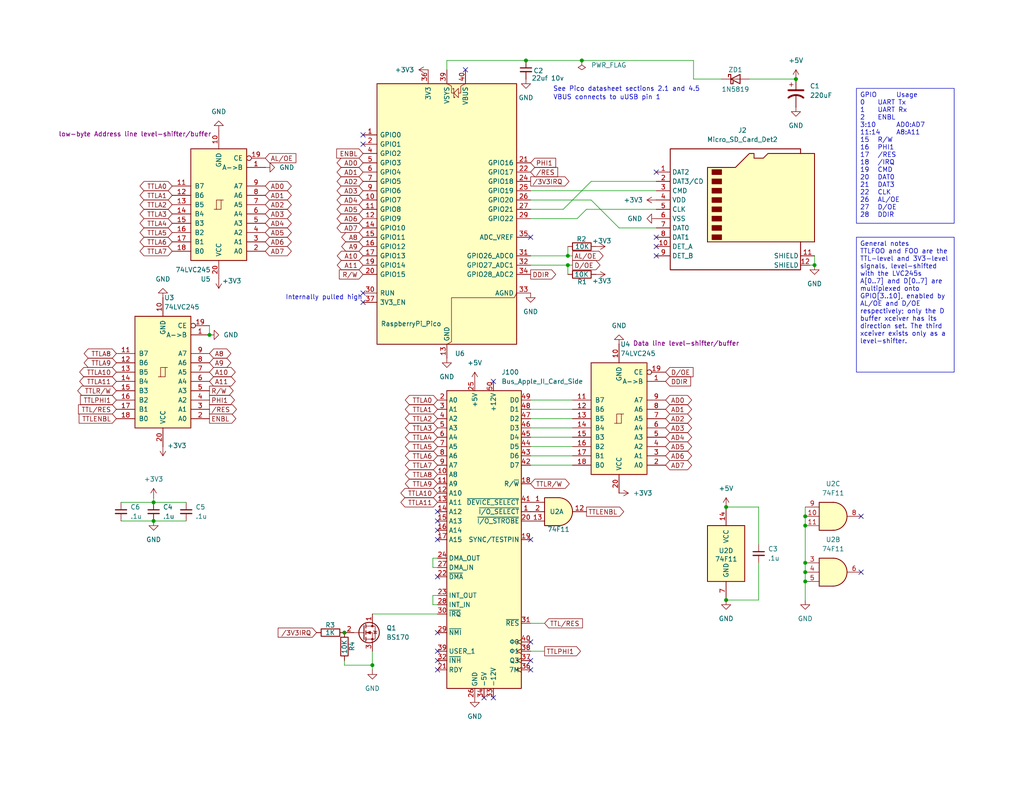
<source format=kicad_sch>
(kicad_sch (version 20231120) (generator "eeschema") (generator_version "8.0")
  (paper "USLetter")
  (title_block (title "moofpico") (rev "0.1"))
  (lib_symbols
    (symbol "74xx:74LS11" (pin_names (offset 1.016))
      (property "Reference" "U" (at 0 1.27 0))
      (property "Value" "74LS11" (at 0 -1.27 0))
      (symbol "74LS11_1_1"
        (arc (start 0 -3.81) (mid 3.7934 0) (end 0 3.81) (stroke (width 0.254)) (fill (type background)))
        (polyline (pts (xy 0 3.81) (xy -3.81 3.81) (xy -3.81 -3.81) (xy 0 -3.81)) (stroke (width 0.254)) (fill (type background)))
        (pin input line (at -7.62 2.54 0) (length 3.81) (name "~") (number "1"))
        (pin output line (at 7.62 0 180) (length 3.81) (name "~") (number "12"))
        (pin input line (at -7.62 -2.54 0) (length 3.81) (name "~") (number "13"))
        (pin input line (at -7.62 0 0) (length 3.81) (name "~") (number "2"))
      )
      (symbol "74LS11_1_2"
        (arc (start -3.81 -3.81) (mid -2.589 0) (end -3.81 3.81) (stroke (width 0.254)))
        (arc (start -0.6096 -3.81) (mid 2.1842 -2.5851) (end 3.81 0) (stroke (width 0.254)) (fill (type background)))
        (polyline (pts (xy -3.81 -3.81) (xy -0.635 -3.81)) (stroke (width 0.254)) (fill (type background)))
        (polyline (pts (xy -3.81 3.81) (xy -0.635 3.81)) (stroke (width 0.254)) (fill (type background)))
        (polyline (pts (xy -0.635 3.81) (xy -3.81 3.81) (xy -3.81 3.81) (xy -3.556 3.4036) (xy -3.0226 2.2606) (xy -2.6924 1.0414) (xy -2.6162 -0.254) (xy -2.7686 -1.4986) (xy -3.175 -2.7178) (xy -3.81 -3.81) (xy -3.81 -3.81) (xy -0.635 -3.81)) (stroke (width -25.4)) (fill (type background)))
        (arc (start 3.81 0) (mid 2.1915 2.5936) (end -0.6096 3.81) (stroke (width 0.254)) (fill (type background)))
        (pin input inverted (at -7.62 2.54 0) (length 4.318) (name "~") (number "1"))
        (pin output inverted (at 7.62 0 180) (length 3.81) (name "~") (number "12"))
        (pin input inverted (at -7.62 -2.54 0) (length 4.318) (name "~") (number "13"))
        (pin input inverted (at -7.62 0 0) (length 4.953) (name "~") (number "2"))
      )
      (symbol "74LS11_2_1"
        (arc (start 0 -3.81) (mid 3.7934 0) (end 0 3.81) (stroke (width 0.254)) (fill (type background)))
        (polyline (pts (xy 0 3.81) (xy -3.81 3.81) (xy -3.81 -3.81) (xy 0 -3.81)) (stroke (width 0.254)) (fill (type background)))
        (pin input line (at -7.62 2.54 0) (length 3.81) (name "~") (number "3"))
        (pin input line (at -7.62 0 0) (length 3.81) (name "~") (number "4"))
        (pin input line (at -7.62 -2.54 0) (length 3.81) (name "~") (number "5"))
        (pin output line (at 7.62 0 180) (length 3.81) (name "~") (number "6"))
      )
      (symbol "74LS11_2_2"
        (arc (start -3.81 -3.81) (mid -2.589 0) (end -3.81 3.81) (stroke (width 0.254)))
        (arc (start -0.6096 -3.81) (mid 2.1842 -2.5851) (end 3.81 0) (stroke (width 0.254)) (fill (type background)))
        (polyline (pts (xy -3.81 -3.81) (xy -0.635 -3.81)) (stroke (width 0.254)) (fill (type background)))
        (polyline (pts (xy -3.81 3.81) (xy -0.635 3.81)) (stroke (width 0.254)) (fill (type background)))
        (polyline (pts (xy -0.635 3.81) (xy -3.81 3.81) (xy -3.81 3.81) (xy -3.556 3.4036) (xy -3.0226 2.2606) (xy -2.6924 1.0414) (xy -2.6162 -0.254) (xy -2.7686 -1.4986) (xy -3.175 -2.7178) (xy -3.81 -3.81) (xy -3.81 -3.81) (xy -0.635 -3.81)) (stroke (width -25.4)) (fill (type background)))
        (arc (start 3.81 0) (mid 2.1915 2.5936) (end -0.6096 3.81) (stroke (width 0.254)) (fill (type background)))
        (pin input inverted (at -7.62 2.54 0) (length 4.318) (name "~") (number "3"))
        (pin input inverted (at -7.62 0 0) (length 4.953) (name "~") (number "4"))
        (pin input inverted (at -7.62 -2.54 0) (length 4.318) (name "~") (number "5"))
        (pin output inverted (at 7.62 0 180) (length 3.81) (name "~") (number "6"))
      )
      (symbol "74LS11_3_1"
        (arc (start 0 -3.81) (mid 3.7934 0) (end 0 3.81) (stroke (width 0.254)) (fill (type background)))
        (polyline (pts (xy 0 3.81) (xy -3.81 3.81) (xy -3.81 -3.81) (xy 0 -3.81)) (stroke (width 0.254)) (fill (type background)))
        (pin input line (at -7.62 0 0) (length 3.81) (name "~") (number "10"))
        (pin input line (at -7.62 -2.54 0) (length 3.81) (name "~") (number "11"))
        (pin output line (at 7.62 0 180) (length 3.81) (name "~") (number "8"))
        (pin input line (at -7.62 2.54 0) (length 3.81) (name "~") (number "9"))
      )
      (symbol "74LS11_3_2"
        (arc (start -3.81 -3.81) (mid -2.589 0) (end -3.81 3.81) (stroke (width 0.254)))
        (arc (start -0.6096 -3.81) (mid 2.1842 -2.5851) (end 3.81 0) (stroke (width 0.254)) (fill (type background)))
        (polyline (pts (xy -3.81 -3.81) (xy -0.635 -3.81)) (stroke (width 0.254)) (fill (type background)))
        (polyline (pts (xy -3.81 3.81) (xy -0.635 3.81)) (stroke (width 0.254)) (fill (type background)))
        (polyline (pts (xy -0.635 3.81) (xy -3.81 3.81) (xy -3.81 3.81) (xy -3.556 3.4036) (xy -3.0226 2.2606) (xy -2.6924 1.0414) (xy -2.6162 -0.254) (xy -2.7686 -1.4986) (xy -3.175 -2.7178) (xy -3.81 -3.81) (xy -3.81 -3.81) (xy -0.635 -3.81)) (stroke (width -25.4)) (fill (type background)))
        (arc (start 3.81 0) (mid 2.1915 2.5936) (end -0.6096 3.81) (stroke (width 0.254)) (fill (type background)))
        (pin input inverted (at -7.62 0 0) (length 4.953) (name "~") (number "10"))
        (pin input inverted (at -7.62 -2.54 0) (length 4.318) (name "~") (number "11"))
        (pin output inverted (at 7.62 0 180) (length 3.81) (name "~") (number "8"))
        (pin input inverted (at -7.62 2.54 0) (length 4.318) (name "~") (number "9"))
      )
      (symbol "74LS11_4_0"
        (pin power_in line (at 0 12.7 270) (length 5.08) (name "VCC") (number "14"))
        (pin power_in line (at 0 -12.7 90) (length 5.08) (name "GND") (number "7"))
      )
      (symbol "74LS11_4_1"
        (rectangle (start -5.08 7.62) (end 5.08 -7.62) (stroke (width 0.254)) (fill (type background)))
      )
    )
    (symbol "74xx:74LS245" (pin_names (offset 1.016))
      (property "Reference" "U" (at -7.62 16.51 0))
      (property "Value" "74LS245" (at -7.62 -16.51 0))
      (symbol "74LS245_1_0"
        (polyline (pts (xy -0.635 -1.27) (xy -0.635 1.27) (xy 0.635 1.27)))
        (polyline (pts (xy -1.27 -1.27) (xy 0.635 -1.27) (xy 0.635 1.27) (xy 1.27 1.27)))
        (pin input line (at -12.7 -10.16 0) (length 5.08) (name "A->B") (number "1"))
        (pin power_in line (at 0 -20.32 90) (length 5.08) (name "GND") (number "10"))
        (pin tri_state line (at 12.7 -5.08 180) (length 5.08) (name "B7") (number "11"))
        (pin tri_state line (at 12.7 -2.54 180) (length 5.08) (name "B6") (number "12"))
        (pin tri_state line (at 12.7 0 180) (length 5.08) (name "B5") (number "13"))
        (pin tri_state line (at 12.7 2.54 180) (length 5.08) (name "B4") (number "14"))
        (pin tri_state line (at 12.7 5.08 180) (length 5.08) (name "B3") (number "15"))
        (pin tri_state line (at 12.7 7.62 180) (length 5.08) (name "B2") (number "16"))
        (pin tri_state line (at 12.7 10.16 180) (length 5.08) (name "B1") (number "17"))
        (pin tri_state line (at 12.7 12.7 180) (length 5.08) (name "B0") (number "18"))
        (pin input inverted (at -12.7 -12.7 0) (length 5.08) (name "CE") (number "19"))
        (pin tri_state line (at -12.7 12.7 0) (length 5.08) (name "A0") (number "2"))
        (pin power_in line (at 0 20.32 270) (length 5.08) (name "VCC") (number "20"))
        (pin tri_state line (at -12.7 10.16 0) (length 5.08) (name "A1") (number "3"))
        (pin tri_state line (at -12.7 7.62 0) (length 5.08) (name "A2") (number "4"))
        (pin tri_state line (at -12.7 5.08 0) (length 5.08) (name "A3") (number "5"))
        (pin tri_state line (at -12.7 2.54 0) (length 5.08) (name "A4") (number "6"))
        (pin tri_state line (at -12.7 0 0) (length 5.08) (name "A5") (number "7"))
        (pin tri_state line (at -12.7 -2.54 0) (length 5.08) (name "A6") (number "8"))
        (pin tri_state line (at -12.7 -5.08 0) (length 5.08) (name "A7") (number "9"))
      )
      (symbol "74LS245_1_1"
        (rectangle (start -7.62 15.24) (end 7.62 -15.24) (stroke (width 0.254)) (fill (type background)))
      )
    )
    (symbol "Connector:Micro_SD_Card_Det2"
      (property "Reference" "J2" (at 0.635 21.59 0))
      (property "Value" "Micro_SD_Card_Det2" (at 0.635 19.05 0))
      (symbol "Micro_SD_Card_Det2_0_1"
        (rectangle (start -7.62 -6.985) (end -5.08 -8.255) (stroke (width 0.254)) (fill (type outline)))
        (rectangle (start -7.62 -4.445) (end -5.08 -5.715) (stroke (width 0.254)) (fill (type outline)))
        (rectangle (start -7.62 -1.905) (end -5.08 -3.175) (stroke (width 0.254)) (fill (type outline)))
        (rectangle (start -7.62 0.635) (end -5.08 -0.635) (stroke (width 0.254)) (fill (type outline)))
        (rectangle (start -7.62 3.175) (end -5.08 1.905) (stroke (width 0.254)) (fill (type outline)))
        (rectangle (start -7.62 5.715) (end -5.08 4.445) (stroke (width 0.254)) (fill (type outline)))
        (rectangle (start -7.62 8.255) (end -5.08 6.985) (stroke (width 0.254)) (fill (type outline)))
        (rectangle (start -7.62 10.795) (end -5.08 9.525) (stroke (width 0.254)) (fill (type outline)))
        (polyline (pts (xy 16.51 15.24) (xy 16.51 16.51) (xy -19.05 16.51) (xy -19.05 -16.51) (xy 16.51 -16.51) (xy 16.51 -8.89)) (stroke (width 0.254)))
        (polyline (pts (xy -8.89 -8.89) (xy -8.89 11.43) (xy -1.27 11.43) (xy 2.54 15.24) (xy 3.81 15.24) (xy 3.81 13.97) (xy 6.35 13.97) (xy 7.62 15.24) (xy 20.32 15.24) (xy 20.32 -8.89) (xy -8.89 -8.89)) (stroke (width 0.254)) (fill (type background)))
      )
      (symbol "Micro_SD_Card_Det2_1_1"
        (pin bidirectional line (at -22.86 10.16 0) (length 3.81) (name "DAT2") (number "1"))
        (pin passive line (at -22.86 -10.16 0) (length 3.81) (name "DET_A") (number "10"))
        (pin passive line (at 20.32 -12.7 180) (length 3.81) (name "SHIELD") (number "11"))
        (pin passive line (at 19.05 -15.24 180) (length 2.54) (name "SHIELD") (number "12"))
        (pin bidirectional line (at -22.86 7.62 0) (length 3.81) (name "DAT3/CD") (number "2"))
        (pin input line (at -22.86 5.08 0) (length 3.81) (name "CMD") (number "3"))
        (pin power_in line (at -22.86 2.54 0) (length 3.81) (name "VDD") (number "4"))
        (pin input line (at -22.86 0 0) (length 3.81) (name "CLK") (number "5"))
        (pin power_in line (at -22.86 -2.54 0) (length 3.81) (name "VSS") (number "6"))
        (pin bidirectional line (at -22.86 -5.08 0) (length 3.81) (name "DAT0") (number "7"))
        (pin bidirectional line (at -22.86 -7.62 0) (length 3.81) (name "DAT1") (number "8"))
        (pin passive line (at -22.86 -12.7 0) (length 3.81) (name "DET_B") (number "9"))
      )
    )
    (symbol "Device:C_Polarized_US" (pin_numbers hide) (pin_names (offset 0.254) hide)
      (property "Reference" "C" (at 0.635 2.54 0))
      (property "Value" "C_Polarized_US" (at 0.635 -2.54 0))
      (symbol "C_Polarized_US_0_1"
        (polyline (pts (xy -2.032 0.762) (xy 2.032 0.762)) (stroke (width 0.508)))
        (polyline (pts (xy -1.778 2.286) (xy -0.762 2.286)))
        (polyline (pts (xy -1.27 1.778) (xy -1.27 2.794)))
        (arc (start 2.032 -1.27) (mid 0 -0.5572) (end -2.032 -1.27) (stroke (width 0.508)))
      )
      (symbol "C_Polarized_US_1_1"
        (pin passive line (at 0 3.81 270) (length 2.794) (name "~") (number "1"))
        (pin passive line (at 0 -3.81 90) (length 3.302) (name "~") (number "2"))
      )
    )
    (symbol "Device:C_Small" (pin_numbers hide) (pin_names (offset 0.254) hide)
      (property "Reference" "C" (at 0.254 1.778 0))
      (property "Value" "C_Small" (at 0.254 -2.032 0))
      (symbol "C_Small_0_1"
        (polyline (pts (xy -1.524 -0.508) (xy 1.524 -0.508)) (stroke (width 0.3302)))
        (polyline (pts (xy -1.524 0.508) (xy 1.524 0.508)) (stroke (width 0.3048)))
      )
      (symbol "C_Small_1_1"
        (pin passive line (at 0 2.54 270) (length 2.032) (name "~") (number "1"))
        (pin passive line (at 0 -2.54 90) (length 2.032) (name "~") (number "2"))
      )
    )
    (symbol "Device:R" (pin_numbers hide) (pin_names (offset 0))
      (property "Reference" "R" (at 2.032 0 90))
      (property "Value" "R" (at 0 0 90))
      (symbol "R_0_1"
        (rectangle (start -1.016 -2.54) (end 1.016 2.54) (stroke (width 0.254)))
      )
      (symbol "R_1_1"
        (pin passive line (at 0 3.81 270) (length 1.27) (name "~") (number "1"))
        (pin passive line (at 0 -3.81 90) (length 1.27) (name "~") (number "2"))
      )
    )
    (symbol "Diode:1N5819" (pin_numbers hide) (pin_names (offset 1.016) hide)
      (property "Reference" "D" (at 0 2.54 0))
      (property "Value" "1N5819" (at 0 -2.54 0))
      (symbol "1N5819_0_1"
        (polyline (pts (xy 1.27 0) (xy -1.27 0)))
        (polyline (pts (xy 1.27 1.27) (xy 1.27 -1.27) (xy -1.27 0) (xy 1.27 1.27)) (stroke (width 0.254)))
        (polyline (pts (xy -1.905 0.635) (xy -1.905 1.27) (xy -1.27 1.27) (xy -1.27 -1.27) (xy -0.635 -1.27) (xy -0.635 -0.635)) (stroke (width 0.254)))
      )
      (symbol "1N5819_1_1"
        (pin passive line (at -3.81 0 0) (length 2.54) (name "K") (number "1"))
        (pin passive line (at 3.81 0 180) (length 2.54) (name "A") (number "2"))
      )
    )
    (symbol "MA_Connector_AppleII:Bus_Apple_II_Card_Side" (in_bom no)
      (property "Reference" "J" (at 7.62 41.91 0))
      (property "Value" "Bus_Apple_II_Card_Side" (at 15.24 -41.91 0))
      (symbol "Bus_Apple_II_Card_Side_0_1"
        (rectangle (start -10.16 40.64) (end 10.16 -40.64) (stroke (width 0.254)) (fill (type background)))
      )
      (symbol "Bus_Apple_II_Card_Side_1_1"
        (pin output line (at 12.7 7.62 180) (length 2.54) (name "~{I/O_SELECT}") (number "1"))
        (pin bidirectional line (at -12.7 17.78 0) (length 2.54) (name "A8") (number "10"))
        (pin bidirectional line (at -12.7 15.24 0) (length 2.54) (name "A9") (number "11"))
        (pin bidirectional line (at -12.7 12.7 0) (length 2.54) (name "A10") (number "12"))
        (pin bidirectional line (at -12.7 10.16 0) (length 2.54) (name "A11") (number "13"))
        (pin bidirectional line (at -12.7 7.62 0) (length 2.54) (name "A12") (number "14"))
        (pin bidirectional line (at -12.7 5.08 0) (length 2.54) (name "A13") (number "15"))
        (pin bidirectional line (at -12.7 2.54 0) (length 2.54) (name "A14") (number "16"))
        (pin bidirectional line (at -12.7 0 0) (length 2.54) (name "A15") (number "17"))
        (pin bidirectional line (at 12.7 15.24 180) (length 2.54) (name "R/~{W}") (number "18"))
        (pin bidirectional line (at 12.7 0 180) (length 2.54) (name "SYNC/TESTPIN") (number "19"))
        (pin bidirectional line (at -12.7 38.1 0) (length 2.54) (name "A0") (number "2"))
        (pin output line (at 12.7 5.08 180) (length 2.54) (name "~{I/O_STROBE}") (number "20"))
        (pin input line (at -12.7 -35.56 0) (length 2.54) (name "RDY") (number "21"))
        (pin input line (at -12.7 -10.16 0) (length 2.54) (name "~{DMA}") (number "22"))
        (pin input line (at -12.7 -15.24 0) (length 2.54) (name "INT_OUT") (number "23"))
        (pin input line (at -12.7 -5.08 0) (length 2.54) (name "DMA_OUT") (number "24"))
        (pin power_out line (at -2.54 43.18 270) (length 2.54) (name "+5V") (number "25"))
        (pin power_out line (at -2.54 -43.18 90) (length 2.54) (name "GND") (number "26"))
        (pin output line (at -12.7 -7.62 0) (length 2.54) (name "DMA_IN") (number "27"))
        (pin output line (at -12.7 -17.78 0) (length 2.54) (name "INT_IN") (number "28"))
        (pin input line (at -12.7 -25.4 0) (length 2.54) (name "~{NMI}") (number "29"))
        (pin bidirectional line (at -12.7 35.56 0) (length 2.54) (name "A1") (number "3"))
        (pin input line (at -12.7 -20.32 0) (length 2.54) (name "~{IRQ}") (number "30"))
        (pin bidirectional line (at 12.7 -22.86 180) (length 2.54) (name "~{RES}") (number "31"))
        (pin input line (at -12.7 -33.02 0) (length 2.54) (name "~{INH}") (number "32"))
        (pin power_out line (at 2.54 -43.18 90) (length 2.54) (name "-12V") (number "33"))
        (pin power_out line (at 0 -43.18 90) (length 2.54) (name "-5V") (number "34"))
        (pin no_connect line (at 10.16 -2.54 180) (length 2.54) hide (name "N.C.") (number "35"))
        (pin output clock (at 12.7 -35.56 180) (length 2.54) (name "7M") (number "36"))
        (pin output clock (at 12.7 -33.02 180) (length 2.54) (name "Q3") (number "37"))
        (pin output clock (at 12.7 -30.48 180) (length 2.54) (name "Φ1") (number "38"))
        (pin input line (at -12.7 -30.48 0) (length 2.54) (name "USER_1") (number "39"))
        (pin bidirectional line (at -12.7 33.02 0) (length 2.54) (name "A2") (number "4"))
        (pin output clock (at 12.7 -27.94 180) (length 2.54) (name "Φ0") (number "40"))
        (pin output line (at 12.7 10.16 180) (length 2.54) (name "~{DEVICE_SELECT}") (number "41"))
        (pin bidirectional line (at 12.7 20.32 180) (length 2.54) (name "D7") (number "42"))
        (pin bidirectional line (at 12.7 22.86 180) (length 2.54) (name "D6") (number "43"))
        (pin bidirectional line (at 12.7 25.4 180) (length 2.54) (name "D5") (number "44"))
        (pin bidirectional line (at 12.7 27.94 180) (length 2.54) (name "D4") (number "45"))
        (pin bidirectional line (at 12.7 30.48 180) (length 2.54) (name "D3") (number "46"))
        (pin bidirectional line (at 12.7 33.02 180) (length 2.54) (name "D2") (number "47"))
        (pin bidirectional line (at 12.7 35.56 180) (length 2.54) (name "D1") (number "48"))
        (pin bidirectional line (at 12.7 38.1 180) (length 2.54) (name "D0") (number "49"))
        (pin bidirectional line (at -12.7 30.48 0) (length 2.54) (name "A3") (number "5"))
        (pin power_out line (at 2.54 43.18 270) (length 2.54) (name "+12V") (number "50"))
        (pin bidirectional line (at -12.7 27.94 0) (length 2.54) (name "A4") (number "6"))
        (pin bidirectional line (at -12.7 25.4 0) (length 2.54) (name "A5") (number "7"))
        (pin bidirectional line (at -12.7 22.86 0) (length 2.54) (name "A6") (number "8"))
        (pin bidirectional line (at -12.7 20.32 0) (length 2.54) (name "A7") (number "9"))
      )
    )
    (symbol "MCU_Module_RaspberryPi_Pico:RaspberryPi_Pico" (pin_names (offset 0.762))
      (property "Reference" "U" (at -19.05 38.1 0))
      (property "Value" "RaspberryPi_Pico" (at 7.62 38.1 0))
      (symbol "RaspberryPi_Pico_0_1"
        (rectangle (start -19.05 36.83) (end 19.05 -34.29) (stroke (width 0.254)) (fill (type background)))
        (polyline (pts (xy 0 36.83) (xy 1.27 36.195) (xy 1.27 34.29) (xy 1.905 34.29)))
        (polyline (pts (xy 1.905 34.29) (xy 3.175 35.56) (xy 3.175 33.02) (xy 1.905 34.29)))
        (polyline (pts (xy 5.08 36.83) (xy 3.81 36.195) (xy 3.81 34.29) (xy 3.175 34.29)))
        (polyline (pts (xy 0 -34.29) (xy 1.27 -33.655) (xy 1.27 -21.59) (xy 18.415 -21.59) (xy 19.05 -20.32)))
        (polyline (pts (xy 1.651 35.306) (xy 1.651 35.56) (xy 1.905 35.56) (xy 1.905 33.02) (xy 2.159 33.02) (xy 2.159 33.274)))
      )
      (symbol "RaspberryPi_Pico_1_1"
        (pin bidirectional line (at -22.86 22.86 0) (length 3.81) (name "GPIO0") (number "1"))
        (pin bidirectional line (at -22.86 5.08 0) (length 3.81) (name "GPIO7") (number "10"))
        (pin bidirectional line (at -22.86 2.54 0) (length 3.81) (name "GPIO8") (number "11"))
        (pin bidirectional line (at -22.86 0 0) (length 3.81) (name "GPIO9") (number "12"))
        (pin power_out line (at 0 -38.1 90) (length 3.81) (name "GND") (number "13"))
        (pin bidirectional line (at -22.86 -2.54 0) (length 3.81) (name "GPIO10") (number "14"))
        (pin bidirectional line (at -22.86 -5.08 0) (length 3.81) (name "GPIO11") (number "15"))
        (pin bidirectional line (at -22.86 -7.62 0) (length 3.81) (name "GPIO12") (number "16"))
        (pin bidirectional line (at -22.86 -10.16 0) (length 3.81) (name "GPIO13") (number "17"))
        (pin passive line (at 0 -38.1 90) (length 3.81) hide (name "GND") (number "18"))
        (pin bidirectional line (at -22.86 -12.7 0) (length 3.81) (name "GPIO14") (number "19"))
        (pin bidirectional line (at -22.86 20.32 0) (length 3.81) (name "GPIO1") (number "2"))
        (pin bidirectional line (at -22.86 -15.24 0) (length 3.81) (name "GPIO15") (number "20"))
        (pin bidirectional line (at 22.86 15.24 180) (length 3.81) (name "GPIO16") (number "21"))
        (pin bidirectional line (at 22.86 12.7 180) (length 3.81) (name "GPIO17") (number "22"))
        (pin passive line (at 0 -38.1 90) (length 3.81) hide (name "GND") (number "23"))
        (pin bidirectional line (at 22.86 10.16 180) (length 3.81) (name "GPIO18") (number "24"))
        (pin bidirectional line (at 22.86 7.62 180) (length 3.81) (name "GPIO19") (number "25"))
        (pin bidirectional line (at 22.86 5.08 180) (length 3.81) (name "GPIO20") (number "26"))
        (pin bidirectional line (at 22.86 2.54 180) (length 3.81) (name "GPIO21") (number "27"))
        (pin passive line (at 0 -38.1 90) (length 3.81) hide (name "GND") (number "28"))
        (pin bidirectional line (at 22.86 0 180) (length 3.81) (name "GPIO22") (number "29"))
        (pin passive line (at 0 -38.1 90) (length 3.81) hide (name "GND") (number "3"))
        (pin input line (at -22.86 -20.32 0) (length 3.81) (name "RUN") (number "30"))
        (pin bidirectional line (at 22.86 -10.16 180) (length 3.81) (name "GPIO26_ADC0") (number "31"))
        (pin bidirectional line (at 22.86 -12.7 180) (length 3.81) (name "GPIO27_ADC1") (number "32"))
        (pin power_in line (at 22.86 -20.32 180) (length 3.81) (name "AGND") (number "33"))
        (pin bidirectional line (at 22.86 -15.24 180) (length 3.81) (name "GPIO28_ADC2") (number "34"))
        (pin power_in line (at 22.86 -5.08 180) (length 3.81) (name "ADC_VREF") (number "35"))
        (pin power_out line (at -5.08 40.64 270) (length 3.81) (name "3V3") (number "36"))
        (pin input line (at -22.86 -22.86 0) (length 3.81) (name "3V3_EN") (number "37"))
        (pin passive line (at 0 -38.1 90) (length 3.81) hide (name "GND") (number "38"))
        (pin power_in line (at 0 40.64 270) (length 3.81) (name "VSYS") (number "39"))
        (pin bidirectional line (at -22.86 17.78 0) (length 3.81) (name "GPIO2") (number "4"))
        (pin power_out line (at 5.08 40.64 270) (length 3.81) (name "VBUS") (number "40"))
        (pin bidirectional line (at -22.86 15.24 0) (length 3.81) (name "GPIO3") (number "5"))
        (pin bidirectional line (at -22.86 12.7 0) (length 3.81) (name "GPIO4") (number "6"))
        (pin bidirectional line (at -22.86 10.16 0) (length 3.81) (name "GPIO5") (number "7"))
        (pin passive line (at 0 -38.1 90) (length 3.81) hide (name "GND") (number "8"))
        (pin bidirectional line (at -22.86 7.62 0) (length 3.81) (name "GPIO6") (number "9"))
      )
    )
    (symbol "Transistor_FET:BS170" (pin_names hide)
      (property "Reference" "Q" (at 5.08 1.905 0))
      (property "Value" "BS170" (at 5.08 0 0))
      (symbol "BS170_0_1"
        (polyline (pts (xy 0.254 0) (xy -2.54 0)))
        (polyline (pts (xy 0.254 1.905) (xy 0.254 -1.905)) (stroke (width 0.254)))
        (polyline (pts (xy 0.762 -1.27) (xy 0.762 -2.286)) (stroke (width 0.254)))
        (polyline (pts (xy 0.762 0.508) (xy 0.762 -0.508)) (stroke (width 0.254)))
        (polyline (pts (xy 0.762 2.286) (xy 0.762 1.27)) (stroke (width 0.254)))
        (polyline (pts (xy 2.54 2.54) (xy 2.54 1.778)))
        (polyline (pts (xy 2.54 -2.54) (xy 2.54 0) (xy 0.762 0)))
        (polyline (pts (xy 0.762 -1.778) (xy 3.302 -1.778) (xy 3.302 1.778) (xy 0.762 1.778)))
        (polyline (pts (xy 1.016 0) (xy 2.032 0.381) (xy 2.032 -0.381) (xy 1.016 0)) (fill (type outline)))
        (polyline (pts (xy 2.794 0.508) (xy 2.921 0.381) (xy 3.683 0.381) (xy 3.81 0.254)))
        (polyline (pts (xy 3.302 0.381) (xy 2.921 -0.254) (xy 3.683 -0.254) (xy 3.302 0.381)))
        (circle (center 1.651 0) (radius 2.794) (stroke (width 0.254)))
        (circle (center 2.54 -1.778) (radius 0.254) (fill (type outline)))
        (circle (center 2.54 1.778) (radius 0.254) (fill (type outline)))
      )
      (symbol "BS170_1_1"
        (pin passive line (at 2.54 5.08 270) (length 2.54) (name "D") (number "1"))
        (pin input line (at -5.08 0 0) (length 2.54) (name "G") (number "2"))
        (pin passive line (at 2.54 -5.08 90) (length 2.54) (name "S") (number "3"))
      )
    )
    (symbol "power:+3V3" (power) (pin_numbers hide) (pin_names (offset 0) hide)
      (property "Value" "+3V3" (at 0 3.556 0))
      (symbol "+3V3_0_1"
        (polyline (pts (xy -0.762 1.27) (xy 0 2.54)))
        (polyline (pts (xy 0 0) (xy 0 2.54)))
        (polyline (pts (xy 0 2.54) (xy 0.762 1.27)))
      )
      (symbol "+3V3_1_1"
        (pin power_in line (at 0 0 90) (length 0) (name "~") (number "1"))
      )
    )
    (symbol "power:+5V" (power) (pin_numbers hide) (pin_names (offset 0) hide)
      (property "Value" "+5V" (at 0 3.556 0))
      (symbol "+5V_0_1"
        (polyline (pts (xy -0.762 1.27) (xy 0 2.54)))
        (polyline (pts (xy 0 0) (xy 0 2.54)))
        (polyline (pts (xy 0 2.54) (xy 0.762 1.27)))
      )
      (symbol "+5V_1_1"
        (pin power_in line (at 0 0 90) (length 0) (name "~") (number "1"))
      )
    )
    (symbol "power:GND" (power) (pin_numbers hide) (pin_names (offset 0) hide)
      (property "Value" "GND" (at 0 -3.81 0))
      (symbol "GND_0_1"
        (polyline (pts (xy 0 0) (xy 0 -1.27) (xy 1.27 -1.27) (xy 0 -2.54) (xy -1.27 -1.27) (xy 0 -1.27)))
      )
      (symbol "GND_1_1"
        (pin power_in line (at 0 0 270) (length 0) (name "~") (number "1"))
      )
    )
    (symbol "power:PWR_FLAG" (power) (pin_numbers hide) (pin_names (offset 0) hide)
      (property "Value" "PWR_FLAG" (at 0 3.81 0))
      (symbol "PWR_FLAG_0_0"
        (pin power_out line (at 0 0 90) (length 0) (name "~") (number "1"))
      )
      (symbol "PWR_FLAG_0_1"
        (polyline (pts (xy 0 0) (xy 0 1.27) (xy -1.016 1.905) (xy 0 2.54) (xy 1.016 1.905) (xy 0 1.27)))
      )
    )
  )
  (junction (at 219.71 153.67))
  (junction (at 154.94 72.39))
  (junction (at 219.71 158.75))
  (junction (at 198.12 163.83))
  (junction (at 101.6 181.61))
  (junction (at 143.51 16.51))
  (junction (at 219.71 140.97))
  (junction (at 222.25 72.39))
  (junction (at 93.98 172.72))
  (junction (at 158.75 16.51))
  (junction (at 41.91 137.16))
  (junction (at 219.71 156.21))
  (junction (at 198.12 138.43))
  (junction (at 217.17 21.59))
  (junction (at 154.94 69.85))
  (junction (at 41.91 142.24))
  (junction (at 57.15 91.44))
  (junction (at 219.71 143.51))
  (no_connect (at 119.38 172.72))
  (no_connect (at 134.62 104.14))
  (no_connect (at 99.06 36.83))
  (no_connect (at 234.95 156.21))
  (no_connect (at 99.06 82.55))
  (no_connect (at 119.38 144.78))
  (no_connect (at 119.38 139.7))
  (no_connect (at 144.78 147.32))
  (no_connect (at 144.78 175.26))
  (no_connect (at 179.07 46.99))
  (no_connect (at 119.38 182.88))
  (no_connect (at 179.07 64.77))
  (no_connect (at 144.78 64.77))
  (no_connect (at 132.08 190.5))
  (no_connect (at 119.38 147.32))
  (no_connect (at 234.95 140.97))
  (no_connect (at 127 19.05))
  (no_connect (at 119.38 157.48))
  (no_connect (at 144.78 182.88))
  (no_connect (at 119.38 142.24))
  (no_connect (at 119.38 180.34))
  (no_connect (at 179.07 69.85))
  (no_connect (at 179.07 67.31))
  (no_connect (at 99.06 80.01))
  (no_connect (at 134.62 190.5))
  (no_connect (at 144.78 180.34))
  (no_connect (at 99.06 39.37))
  (no_connect (at 119.38 177.8))
  (wire (pts (xy 198.12 138.43) (xy 207.01 138.43)))
  (wire (pts (xy 118.11 162.56) (xy 119.38 162.56)))
  (wire (pts (xy 93.98 180.34) (xy 93.98 181.61)))
  (wire (pts (xy 189.23 16.51) (xy 189.23 21.59)))
  (wire (pts (xy 154.94 72.39) (xy 156.21 72.39)))
  (wire (pts (xy 144.78 54.61) (xy 161.29 54.61)))
  (wire (pts (xy 118.11 152.4) (xy 118.11 154.94)))
  (wire (pts (xy 144.78 72.39) (xy 154.94 72.39)))
  (wire (pts (xy 207.01 138.43) (xy 207.01 148.59)))
  (wire (pts (xy 144.78 116.84) (xy 156.21 116.84)))
  (wire (pts (xy 207.01 153.67) (xy 207.01 163.83)))
  (wire (pts (xy 219.71 138.43) (xy 219.71 140.97)))
  (wire (pts (xy 189.23 21.59) (xy 196.85 21.59)))
  (wire (pts (xy 41.91 142.24) (xy 50.8 142.24)))
  (wire (pts (xy 33.02 137.16) (xy 41.91 137.16)))
  (wire (pts (xy 118.11 152.4) (xy 119.38 152.4)))
  (wire (pts (xy 144.78 109.22) (xy 156.21 109.22)))
  (wire (pts (xy 118.11 162.56) (xy 118.11 165.1)))
  (wire (pts (xy 219.71 140.97) (xy 219.71 143.51)))
  (wire (pts (xy 154.94 69.85) (xy 156.21 69.85)))
  (wire (pts (xy 144.78 114.3) (xy 156.21 114.3)))
  (wire (pts (xy 219.71 156.21) (xy 219.71 158.75)))
  (wire (pts (xy 160.02 57.15) (xy 157.48 59.69)))
  (wire (pts (xy 144.78 121.92) (xy 156.21 121.92)))
  (wire (pts (xy 220.98 72.39) (xy 222.25 72.39)))
  (wire (pts (xy 121.92 16.51) (xy 143.51 16.51)))
  (wire (pts (xy 144.78 170.18) (xy 148.59 170.18)))
  (wire (pts (xy 144.78 124.46) (xy 156.21 124.46)))
  (wire (pts (xy 118.11 154.94) (xy 119.38 154.94)))
  (wire (pts (xy 101.6 182.88) (xy 101.6 181.61)))
  (wire (pts (xy 57.15 88.9) (xy 57.15 91.44)))
  (wire (pts (xy 33.02 142.24) (xy 41.91 142.24)))
  (wire (pts (xy 144.78 177.8) (xy 148.59 177.8)))
  (wire (pts (xy 154.94 67.31) (xy 154.94 69.85)))
  (wire (pts (xy 121.92 16.51) (xy 121.92 19.05)))
  (wire (pts (xy 143.51 16.51) (xy 158.75 16.51)))
  (wire (pts (xy 154.94 72.39) (xy 154.94 74.93)))
  (wire (pts (xy 144.78 111.76) (xy 156.21 111.76)))
  (wire (pts (xy 153.67 57.15) (xy 161.29 49.53)))
  (wire (pts (xy 219.71 153.67) (xy 219.71 156.21)))
  (wire (pts (xy 118.11 165.1) (xy 119.38 165.1)))
  (wire (pts (xy 41.91 135.89) (xy 41.91 137.16)))
  (wire (pts (xy 204.47 21.59) (xy 217.17 21.59)))
  (wire (pts (xy 101.6 167.64) (xy 119.38 167.64)))
  (wire (pts (xy 41.91 137.16) (xy 50.8 137.16)))
  (wire (pts (xy 93.98 181.61) (xy 101.6 181.61)))
  (wire (pts (xy 161.29 54.61) (xy 168.91 62.23)))
  (wire (pts (xy 219.71 143.51) (xy 219.71 153.67)))
  (wire (pts (xy 160.02 57.15) (xy 179.07 57.15)))
  (wire (pts (xy 198.12 163.83) (xy 207.01 163.83)))
  (wire (pts (xy 144.78 57.15) (xy 153.67 57.15)))
  (wire (pts (xy 144.78 119.38) (xy 156.21 119.38)))
  (wire (pts (xy 144.78 59.69) (xy 157.48 59.69)))
  (wire (pts (xy 158.75 16.51) (xy 189.23 16.51)))
  (wire (pts (xy 161.29 49.53) (xy 179.07 49.53)))
  (wire (pts (xy 168.91 62.23) (xy 179.07 62.23)))
  (wire (pts (xy 144.78 52.07) (xy 179.07 52.07)))
  (wire (pts (xy 144.78 127) (xy 156.21 127)))
  (wire (pts (xy 222.25 72.39) (xy 222.25 69.85)))
  (wire (pts (xy 101.6 181.61) (xy 101.6 177.8)))
  (wire (pts (xy 219.71 158.75) (xy 219.71 163.83)))
  (wire (pts (xy 144.78 69.85) (xy 154.94 69.85)))
  (text_box "General notes\nTTLFOO and FOO are the TTL-level and 3V3-level signals, level-shifted with the LVC245s\nA[0..7] and D[0..7] are multiplexed onto GPIO[3..10], enabled by AL/OE and D/OE respectively; only the D buffer xceiver has its direction set. The third xceiver exists only as a level-shifter.\n" (at 233.68 64.77 0) (size 26.67 36.83) (effects (font (size 1.27 1.27)) (justify left top)))
  (text_box "GPIO 	Usage\n0 	UART Tx\n1 	UART Rx\n2 	ENBL\n3:10 	AD0:AD7\n11:14 	A8:A11\n15 	R/W\n16 	PHI1\n17 	/RES\n18 	/IRQ\n19 	CMD\n20 	DAT0\n21 	DAT3\n22 	CLK\n26 	AL/OE\n27 	D/OE\n28 	DDIR" (at 233.68 24.13 0) (size 26.67 36.83) (effects (font (size 1.27 1.27)) (justify left top)))
  (text "See Pico datasheet sections 2.1 and 4.5" (at 170.942 24.384 0) (effects (font (size 1.27 1.27))))
  (text "VBUS connects to uUSB pin 1" (at 165.608 26.67 0) (effects (font (size 1.27 1.27))))
  (text "Internally pulled high" (at 88.392 81.28 0) (effects (font (size 1.27 1.27))))
  (global_label "AD3" (shape tri_state) (at 72.39 58.42 0) (property "Intersheetrefs" "${INTERSHEET_REFS}" (effects (hide yes))))
  (global_label "TTLA8" (shape bidirectional) (at 119.38 129.54 180) (property "Intersheetrefs" "${INTERSHEET_REFS}" (effects (hide yes))))
  (global_label "TTLA0" (shape tri_state) (at 46.99 50.8 180) (property "Intersheetrefs" "${INTERSHEET_REFS}" (effects (hide yes))))
  (global_label "{slash}3V3‏IRQ" (shape output) (at 144.78 49.53 0) (property "Intersheetrefs" "${INTERSHEET_REFS}" (effects (hide yes))))
  (global_label "AD5" (shape bidirectional) (at 181.61 121.92 0) (property "Intersheetrefs" "${INTERSHEET_REFS}" (effects (hide yes))))
  (global_label "DDIR" (shape input) (at 181.61 104.14 0) (property "Intersheetrefs" "${INTERSHEET_REFS}" (effects (hide yes))))
  (global_label "AD7" (shape tri_state) (at 99.06 62.23 180) (property "Intersheetrefs" "${INTERSHEET_REFS}" (effects (hide yes))))
  (global_label "TTLA1" (shape tri_state) (at 119.38 111.76 180) (property "Intersheetrefs" "${INTERSHEET_REFS}" (effects (hide yes))))
  (global_label "A10" (shape tri_state) (at 99.06 69.85 180) (property "Intersheetrefs" "${INTERSHEET_REFS}" (effects (hide yes))))
  (global_label "PHI1" (shape output) (at 57.15 109.22 0) (property "Intersheetrefs" "${INTERSHEET_REFS}" (effects (hide yes))))
  (global_label "AD6" (shape bidirectional) (at 181.61 124.46 0) (property "Intersheetrefs" "${INTERSHEET_REFS}" (effects (hide yes))))
  (global_label "TTL{slash}RES" (shape input) (at 31.75 111.76 180) (property "Intersheetrefs" "${INTERSHEET_REFS}" (effects (hide yes))))
  (global_label "AL{slash}OE" (shape output) (at 156.21 69.85 0) (property "Intersheetrefs" "${INTERSHEET_REFS}" (effects (hide yes))))
  (global_label "TTLA5" (shape tri_state) (at 46.99 63.5 180) (property "Intersheetrefs" "${INTERSHEET_REFS}" (effects (hide yes))))
  (global_label "TTLA6" (shape tri_state) (at 46.99 66.04 180) (property "Intersheetrefs" "${INTERSHEET_REFS}" (effects (hide yes))))
  (global_label "TTLA4" (shape tri_state) (at 46.99 60.96 180) (property "Intersheetrefs" "${INTERSHEET_REFS}" (effects (hide yes))))
  (global_label "AD1" (shape tri_state) (at 72.39 53.34 0) (property "Intersheetrefs" "${INTERSHEET_REFS}" (effects (hide yes))))
  (global_label "D{slash}OE" (shape input) (at 181.61 101.6 0) (property "Intersheetrefs" "${INTERSHEET_REFS}" (effects (hide yes))))
  (global_label "AD7" (shape bidirectional) (at 181.61 127 0) (property "Intersheetrefs" "${INTERSHEET_REFS}" (effects (hide yes))))
  (global_label "AD5" (shape tri_state) (at 99.06 57.15 180) (property "Intersheetrefs" "${INTERSHEET_REFS}" (effects (hide yes))))
  (global_label "TTLA11" (shape bidirectional) (at 119.38 137.16 180) (property "Intersheetrefs" "${INTERSHEET_REFS}" (effects (hide yes))))
  (global_label "TTLA2" (shape tri_state) (at 119.38 114.3 180) (property "Intersheetrefs" "${INTERSHEET_REFS}" (effects (hide yes))))
  (global_label "ENBL" (shape output) (at 57.15 114.3 0) (property "Intersheetrefs" "${INTERSHEET_REFS}" (effects (hide yes))))
  (global_label "A11" (shape tri_state) (at 57.15 104.14 0) (property "Intersheetrefs" "${INTERSHEET_REFS}" (effects (hide yes))))
  (global_label "TTLA5" (shape tri_state) (at 119.38 121.92 180) (property "Intersheetrefs" "${INTERSHEET_REFS}" (effects (hide yes))))
  (global_label "PHI1" (shape input) (at 144.78 44.45 0) (property "Intersheetrefs" "${INTERSHEET_REFS}" (effects (hide yes))))
  (global_label "AD1" (shape bidirectional) (at 181.61 111.76 0) (property "Intersheetrefs" "${INTERSHEET_REFS}" (effects (hide yes))))
  (global_label "DDIR" (shape output) (at 144.78 74.93 0) (property "Intersheetrefs" "${INTERSHEET_REFS}" (effects (hide yes))))
  (global_label "AD1" (shape tri_state) (at 99.06 46.99 180) (property "Intersheetrefs" "${INTERSHEET_REFS}" (effects (hide yes))))
  (global_label "AD3" (shape bidirectional) (at 181.61 116.84 0) (property "Intersheetrefs" "${INTERSHEET_REFS}" (effects (hide yes))))
  (global_label "TTLR{slash}W" (shape tri_state) (at 144.78 132.08 0) (property "Intersheetrefs" "${INTERSHEET_REFS}" (effects (hide yes))))
  (global_label "AD0" (shape bidirectional) (at 181.61 109.22 0) (property "Intersheetrefs" "${INTERSHEET_REFS}" (effects (hide yes))))
  (global_label "AD2" (shape bidirectional) (at 181.61 114.3 0) (property "Intersheetrefs" "${INTERSHEET_REFS}" (effects (hide yes))))
  (global_label "TTLA10" (shape bidirectional) (at 31.75 101.6 180) (property "Intersheetrefs" "${INTERSHEET_REFS}" (effects (hide yes))))
  (global_label "TTLA1" (shape tri_state) (at 46.99 53.34 180) (property "Intersheetrefs" "${INTERSHEET_REFS}" (effects (hide yes))))
  (global_label "TTLA10" (shape bidirectional) (at 119.38 134.62 180) (property "Intersheetrefs" "${INTERSHEET_REFS}" (effects (hide yes))))
  (global_label "TTLENBL" (shape input) (at 31.75 114.3 180) (property "Intersheetrefs" "${INTERSHEET_REFS}" (effects (hide yes))))
  (global_label "A8" (shape tri_state) (at 57.15 96.52 0) (property "Intersheetrefs" "${INTERSHEET_REFS}" (effects (hide yes))))
  (global_label "TTLA9" (shape bidirectional) (at 31.75 99.06 180) (property "Intersheetrefs" "${INTERSHEET_REFS}" (effects (hide yes))))
  (global_label "AD4" (shape bidirectional) (at 181.61 119.38 0) (property "Intersheetrefs" "${INTERSHEET_REFS}" (effects (hide yes))))
  (global_label "A8" (shape tri_state) (at 99.06 64.77 180) (property "Intersheetrefs" "${INTERSHEET_REFS}" (effects (hide yes))))
  (global_label "TTLA8" (shape bidirectional) (at 31.75 96.52 180) (property "Intersheetrefs" "${INTERSHEET_REFS}" (effects (hide yes))))
  (global_label "A9" (shape tri_state) (at 57.15 99.06 0) (property "Intersheetrefs" "${INTERSHEET_REFS}" (effects (hide yes))))
  (global_label "TTLA3" (shape tri_state) (at 46.99 58.42 180) (property "Intersheetrefs" "${INTERSHEET_REFS}" (effects (hide yes))))
  (global_label "AD0" (shape tri_state) (at 72.39 50.8 0) (property "Intersheetrefs" "${INTERSHEET_REFS}" (effects (hide yes))))
  (global_label "TTLA4" (shape tri_state) (at 119.38 119.38 180) (property "Intersheetrefs" "${INTERSHEET_REFS}" (effects (hide yes))))
  (global_label "A10" (shape tri_state) (at 57.15 101.6 0) (property "Intersheetrefs" "${INTERSHEET_REFS}" (effects (hide yes))))
  (global_label "TTLA0" (shape tri_state) (at 119.38 109.22 180) (property "Intersheetrefs" "${INTERSHEET_REFS}" (effects (hide yes))))
  (global_label "TTLA6" (shape tri_state) (at 119.38 124.46 180) (property "Intersheetrefs" "${INTERSHEET_REFS}" (effects (hide yes))))
  (global_label "TTLA11" (shape bidirectional) (at 31.75 104.14 180) (property "Intersheetrefs" "${INTERSHEET_REFS}" (effects (hide yes))))
  (global_label "AD2" (shape tri_state) (at 72.39 55.88 0) (property "Intersheetrefs" "${INTERSHEET_REFS}" (effects (hide yes))))
  (global_label "AD7" (shape tri_state) (at 72.39 68.58 0) (property "Intersheetrefs" "${INTERSHEET_REFS}" (effects (hide yes))))
  (global_label "AD6" (shape tri_state) (at 99.06 59.69 180) (property "Intersheetrefs" "${INTERSHEET_REFS}" (effects (hide yes))))
  (global_label "TTLENBL" (shape output) (at 160.02 139.7 0) (property "Intersheetrefs" "${INTERSHEET_REFS}" (effects (hide yes))))
  (global_label "R{slash}W" (shape input) (at 99.06 74.93 180) (property "Intersheetrefs" "${INTERSHEET_REFS}" (effects (hide yes))))
  (global_label "AD0" (shape tri_state) (at 99.06 44.45 180) (property "Intersheetrefs" "${INTERSHEET_REFS}" (effects (hide yes))))
  (global_label "TTLPHI1" (shape input) (at 31.75 109.22 180) (property "Intersheetrefs" "${INTERSHEET_REFS}" (effects (hide yes))))
  (global_label "D{slash}OE" (shape output) (at 156.21 72.39 0) (property "Intersheetrefs" "${INTERSHEET_REFS}" (effects (hide yes))))
  (global_label "TTLA7" (shape tri_state) (at 119.38 127 180) (property "Intersheetrefs" "${INTERSHEET_REFS}" (effects (hide yes))))
  (global_label "TTLA2" (shape tri_state) (at 46.99 55.88 180) (property "Intersheetrefs" "${INTERSHEET_REFS}" (effects (hide yes))))
  (global_label "{slash}3V3‏IRQ" (shape input) (at 86.36 172.72 180) (property "Intersheetrefs" "${INTERSHEET_REFS}" (effects (hide yes))))
  (global_label "AD2" (shape tri_state) (at 99.06 49.53 180) (property "Intersheetrefs" "${INTERSHEET_REFS}" (effects (hide yes))))
  (global_label "TTLR{slash}W" (shape tri_state) (at 31.75 106.68 180) (property "Intersheetrefs" "${INTERSHEET_REFS}" (effects (hide yes))))
  (global_label "R{slash}W" (shape output) (at 57.15 106.68 0) (property "Intersheetrefs" "${INTERSHEET_REFS}" (effects (hide yes))))
  (global_label "{slash}RES" (shape output) (at 57.15 111.76 0) (property "Intersheetrefs" "${INTERSHEET_REFS}" (effects (hide yes))))
  (global_label "AD4" (shape tri_state) (at 72.39 60.96 0) (property "Intersheetrefs" "${INTERSHEET_REFS}" (effects (hide yes))))
  (global_label "AD3" (shape tri_state) (at 99.06 52.07 180) (property "Intersheetrefs" "${INTERSHEET_REFS}" (effects (hide yes))))
  (global_label "A11" (shape tri_state) (at 99.06 72.39 180) (property "Intersheetrefs" "${INTERSHEET_REFS}" (effects (hide yes))))
  (global_label "AL{slash}OE" (shape input) (at 72.39 43.18 0) (property "Intersheetrefs" "${INTERSHEET_REFS}" (effects (hide yes))))
  (global_label "TTL{slash}RES" (shape input) (at 148.59 170.18 0) (property "Intersheetrefs" "${INTERSHEET_REFS}" (effects (hide yes))))
  (global_label "TTLA7" (shape tri_state) (at 46.99 68.58 180) (property "Intersheetrefs" "${INTERSHEET_REFS}" (effects (hide yes))))
  (global_label "AD6" (shape tri_state) (at 72.39 66.04 0) (property "Intersheetrefs" "${INTERSHEET_REFS}" (effects (hide yes))))
  (global_label "A9" (shape tri_state) (at 99.06 67.31 180) (property "Intersheetrefs" "${INTERSHEET_REFS}" (effects (hide yes))))
  (global_label "{slash}RES" (shape input) (at 144.78 46.99 0) (property "Intersheetrefs" "${INTERSHEET_REFS}" (effects (hide yes))))
  (global_label "TTLPHI1" (shape output) (at 148.59 177.8 0) (property "Intersheetrefs" "${INTERSHEET_REFS}" (effects (hide yes))))
  (global_label "ENBL" (shape input) (at 99.06 41.91 180) (property "Intersheetrefs" "${INTERSHEET_REFS}" (effects (hide yes))))
  (global_label "AD5" (shape tri_state) (at 72.39 63.5 0) (property "Intersheetrefs" "${INTERSHEET_REFS}" (effects (hide yes))))
  (global_label "TTLA3" (shape tri_state) (at 119.38 116.84 180) (property "Intersheetrefs" "${INTERSHEET_REFS}" (effects (hide yes))))
  (global_label "TTLA9" (shape bidirectional) (at 119.38 132.08 180) (property "Intersheetrefs" "${INTERSHEET_REFS}" (effects (hide yes))))
  (global_label "AD4" (shape tri_state) (at 99.06 54.61 180) (property "Intersheetrefs" "${INTERSHEET_REFS}" (effects (hide yes))))
  (symbol (lib_id "power:GND") (at 44.45 81.28 180) (unit 1)
    (property "Reference" "#PWR024" (effects (hide yes)))
    (property "Value" "GND" (at 44.45 76.2 0))
    (property "Description" "Power symbol creates a global label with name \"GND\" , ground" (effects (hide yes)))
  )
  (symbol (lib_id "power:GND") (at 129.54 190.5 0) (unit 1)
    (property "Reference" "#PWR034" (effects (hide yes)))
    (property "Value" "GND" (at 129.54 195.58 0))
    (property "Description" "Power symbol creates a global label with name \"GND\" , ground" (effects (hide yes)))
  )
  (symbol (lib_id "power:+3V3") (at 179.07 54.61 90) (unit 1)
    (property "Reference" "#PWR016" (effects (hide yes)))
    (property "Value" "+3V3" (at 175.4409 54.6099 90) (effects (justify left)))
    (property "Description" "Power symbol creates a global label with name \"+3V3\"" (effects (hide yes)))
  )
  (symbol (lib_id "MA_Connector_AppleII:Bus_Apple_II_Card_Side") (at 132.08 147.32 0) (unit 1) (in_bom no)
    (property "Reference" "J100" (at 136.8141 101.6 0) (effects (justify left)))
    (property "Value" "Bus_Apple_II_Card_Side" (at 136.8141 104.14 0) (effects (justify left)))
    (property "Footprint" "MA_Connector_AppleII:Peripheral_Bus_Edge" (effects (hide yes)))
    (property "Datasheet" "https://archive.org/details/Apple_II_Mini_Manual/page/n37/mode/2up" (effects (hide yes)))
    (property "Description" "Apple II bus connector. Use this symbol on the card side, i.e. for making Apple II-compatible peripheral cards." (effects (hide yes)))
  )
  (symbol (lib_id "power:GND") (at 198.12 163.83 0) (unit 1)
    (property "Reference" "#PWR028" (effects (hide yes)))
    (property "Value" "GND" (at 198.12 168.91 0))
    (property "Description" "Power symbol creates a global label with name \"GND\" , ground" (effects (hide yes)))
  )
  (symbol (lib_id "power:GND") (at 217.17 29.21 0) (unit 1)
    (property "Reference" "#PWR07" (effects (hide yes)))
    (property "Value" "GND" (at 217.17 34.29 0))
    (property "Description" "Power symbol creates a global label with name \"GND\" , ground" (effects (hide yes)))
  )
  (symbol (lib_id "power:+5V") (at 129.54 104.14 0) (unit 1)
    (property "Reference" "#PWR027" (effects (hide yes)))
    (property "Value" "+5V" (at 129.54 99.06 0))
    (property "Description" "Power symbol creates a global label with name \"+5V\"" (effects (hide yes)))
  )
  (symbol (lib_id "74xx:74LS11") (at 227.33 140.97 0) (unit 3)
    (property "Reference" "U2" (at 227.3217 132.08 0))
    (property "Value" "74F11" (at 227.3217 134.62 0))
    (property "Footprint" "Package_DIP:DIP-14_W7.62mm_Socket" (effects (hide yes)))
    (property "Datasheet" "http://www.ti.com/lit/gpn/sn74LS11" (effects (hide yes)))
    (property "Description" "Triple 3-input AND" (effects (hide yes)))
  )
  (symbol (lib_id "power:+3V3") (at 59.69 76.2 180) (unit 1)
    (property "Reference" "#PWR026" (effects (hide yes)))
    (property "Value" "+3V3" (at 63.246 76.708 0))
    (property "Description" "Power symbol creates a global label with name \"+3V3\"" (effects (hide yes)))
  )
  (symbol (lib_id "power:PWR_FLAG") (at 158.75 16.51 180) (unit 1)
    (property "Reference" "#FLG01" (effects (hide yes)))
    (property "Value" "PWR_FLAG" (at 161.29 17.7799 0) (effects (justify right)))
    (property "Description" "Special symbol for telling ERC where power comes from" (effects (hide yes)))
  )
  (symbol (lib_id "74xx:74LS11") (at 198.12 151.13 0) (unit 4)
    (property "Reference" "U2" (at 196.088 150.368 0) (effects (justify left)))
    (property "Value" "74F11" (at 195.072 152.654 0) (effects (justify left)))
    (property "Footprint" "Package_DIP:DIP-14_W7.62mm_Socket" (effects (hide yes)))
    (property "Datasheet" "http://www.ti.com/lit/gpn/sn74LS11" (effects (hide yes)))
    (property "Description" "Triple 3-input AND" (effects (hide yes)))
  )
  (symbol (lib_id "Device:C_Small") (at 143.51 19.05 0) (unit 1)
    (property "Reference" "C2" (at 145.542 19.304 0) (effects (justify left)))
    (property "Value" "22uf 10v" (at 145.034 21.336 0) (effects (justify left)))
    (property "Footprint" "Capacitor_THT:C_Disc_D5.0mm_W2.5mm_P2.50mm" (effects (hide yes)))
    (property "Datasheet" "https://product.tdk.com/en/system/files?file=dam/doc/product/capacitor/ceramic/lead-mlcc/catalog/leadmlcc_conventional_fk_en.pdf" (effects (hide yes)))
    (property "Description" "Unpolarized capacitor, small symbol" (effects (hide yes)))
  )
  (symbol (lib_id "power:GND") (at 101.6 182.88 0) (unit 1)
    (property "Reference" "#PWR033" (effects (hide yes)))
    (property "Value" "GND" (at 101.6 187.96 0))
    (property "Description" "Power symbol creates a global label with name \"GND\" , ground" (effects (hide yes)))
  )
  (symbol (lib_id "power:+3V3") (at 162.56 74.93 270) (unit 1)
    (property "Reference" "#PWR09" (effects (hide yes)))
    (property "Value" "+3V3" (at 161.544 76.708 90) (effects (justify left)))
    (property "Description" "Power symbol creates a global label with name \"+3V3\"" (effects (hide yes)))
  )
  (symbol (lib_id "power:GND") (at 222.25 72.39 0) (unit 1)
    (property "Reference" "#PWR020" (effects (hide yes)))
    (property "Value" "GND" (at 222.25 77.47 0))
    (property "Description" "Power symbol creates a global label with name \"GND\" , ground" (effects (hide yes)))
  )
  (symbol (lib_id "74xx:74LS245") (at 168.91 114.3 180) (unit 1)
    (property "Reference" "U4" (at 169.2559 93.98 0) (effects (justify right)))
    (property "Value" "74LVC245" (at 169.2559 96.52 0) (effects (justify right)))
    (property "Footprint" "Package_DIP:DIP-20_W7.62mm_Socket" (effects (hide yes)))
    (property "Datasheet" "https://www.ti.com/lit/ds/symlink/sn74lvc245a.pdf" (effects (hide yes)))
    (property "Description" "Data line level-shifter/buffer" (at 187.198 93.726 0))
  )
  (symbol (lib_id "power:GND") (at 41.91 142.24 0) (unit 1)
    (property "Reference" "#PWR036" (effects (hide yes)))
    (property "Value" "GND" (at 41.91 147.32 0))
    (property "Description" "Power symbol creates a global label with name \"GND\" , ground" (effects (hide yes)))
  )
  (symbol (lib_id "Diode:1N5819") (at 200.66 21.59 0) (unit 1)
    (property "Reference" "ZD1" (at 200.66 19.05 0))
    (property "Value" "1N5819" (at 200.66 24.384 0))
    (property "Footprint" "Diode_THT:D_DO-41_SOD81_P7.62mm_Horizontal" (effects (hide yes)))
    (property "Datasheet" "http://www.vishay.com/docs/88525/1n5817.pdf" (effects (hide yes)))
    (property "Description" "40V 1A Schottky Barrier Rectifier Diode, DO-41" (effects (hide yes)))
  )
  (symbol (lib_id "power:+3V3") (at 41.91 135.89 0) (unit 1)
    (property "Reference" "#PWR035" (effects (hide yes)))
    (property "Value" "+3V3" (at 41.91 130.81 0))
    (property "Description" "Power symbol creates a global label with name \"+3V3\"" (effects (hide yes)))
  )
  (symbol (lib_id "Device:C_Small") (at 50.8 139.7 0) (unit 1)
    (property "Reference" "C5" (at 53.34 138.4362 0) (effects (justify left)))
    (property "Value" ".1u" (at 53.34 140.9762 0) (effects (justify left)))
    (property "Footprint" "Capacitor_THT:C_Disc_D3.8mm_W2.6mm_P2.50mm" (effects (hide yes)))
    (property "Datasheet" "https://www.vishay.com/docs/45171/kseries.pdf" (effects (hide yes)))
    (property "Description" "Unpolarized capacitor, small symbol" (effects (hide yes)))
  )
  (symbol (lib_id "Transistor_FET:BS170") (at 99.06 172.72 0) (unit 1)
    (property "Reference" "Q1" (at 105.41 171.4499 0) (effects (justify left)))
    (property "Value" "BS170" (at 105.41 173.9899 0) (effects (justify left)))
    (property "Footprint" "Package_TO_SOT_THT:TO-92_Inline" (effects (hide yes)))
    (property "Datasheet" "https://www.onsemi.com/pub/Collateral/BS170-D.PDF" (effects (hide yes)))
    (property "Description" "0.5A Id, 60V Vds, N-Channel MOSFET, TO-92" (effects (hide yes)))
  )
  (symbol (lib_id "power:GND") (at 121.92 97.79 0) (unit 1)
    (property "Reference" "#PWR06" (effects (hide yes)))
    (property "Value" "GND" (at 121.92 102.87 0))
    (property "Description" "Power symbol creates a global label with name \"GND\" , ground" (effects (hide yes)))
  )
  (symbol (lib_id "power:+5V") (at 217.17 21.59 0) (unit 1)
    (property "Reference" "#PWR01" (effects (hide yes)))
    (property "Value" "+5V" (at 217.17 16.51 0))
    (property "Description" "Power symbol creates a global label with name \"+5V\"" (effects (hide yes)))
  )
  (symbol (lib_id "Device:R") (at 158.75 74.93 90) (unit 1)
    (property "Reference" "R1" (at 157.48 76.962 90) (effects (justify right)))
    (property "Value" "10K" (at 156.718 74.93 90) (effects (justify right)))
    (property "Footprint" "Resistor_THT:R_Axial_DIN0207_L6.3mm_D2.5mm_P7.62mm_Horizontal" (effects (hide yes)))
    (property "Description" "Resistor" (effects (hide yes)))
  )
  (symbol (lib_id "power:+3V3") (at 116.84 19.05 90) (unit 1)
    (property "Reference" "#PWR08" (effects (hide yes)))
    (property "Value" "+3V3" (at 113.03 19.0499 90) (effects (justify left)))
    (property "Description" "Power symbol creates a global label with name \"+3V3\"" (effects (hide yes)))
  )
  (symbol (lib_id "Device:R") (at 93.98 176.53 180) (unit 1)
    (property "Reference" "R4" (at 96.012 177.8 90) (effects (justify right)))
    (property "Value" "10K" (at 93.98 178.562 90) (effects (justify right)))
    (property "Footprint" "Resistor_THT:R_Axial_DIN0207_L6.3mm_D2.5mm_P7.62mm_Horizontal" (effects (hide yes)))
    (property "Description" "Resistor" (effects (hide yes)))
  )
  (symbol (lib_id "power:GND") (at 168.91 93.98 180) (unit 1)
    (property "Reference" "#PWR023" (effects (hide yes)))
    (property "Value" "GND" (at 168.91 88.9 0))
    (property "Description" "Power symbol creates a global label with name \"GND\" , ground" (effects (hide yes)))
  )
  (symbol (lib_id "power:GND") (at 144.78 80.01 0) (unit 1)
    (property "Reference" "#PWR03" (effects (hide yes)))
    (property "Value" "GND" (at 144.78 85.09 0))
    (property "Description" "Power symbol creates a global label with name \"GND\" , ground" (effects (hide yes)))
  )
  (symbol (lib_id "power:+5V") (at 198.12 138.43 0) (mirror y) (unit 1)
    (property "Reference" "#PWR025" (effects (hide yes)))
    (property "Value" "+5V" (at 198.12 133.35 0))
    (property "Description" "Power symbol creates a global label with name \"+5V\"" (effects (hide yes)))
  )
  (symbol (lib_id "74xx:74LS11") (at 152.4 139.7 0) (unit 1)
    (property "Reference" "U2" (at 151.892 139.7 0))
    (property "Value" "74F11" (at 152.4 144.526 0))
    (property "Footprint" "Package_DIP:DIP-14_W7.62mm_Socket" (effects (hide yes)))
    (property "Datasheet" "http://www.ti.com/lit/gpn/sn74LS11" (effects (hide yes)))
    (property "Description" "Triple 3-input AND" (effects (hide yes)))
  )
  (symbol (lib_id "74xx:74LS245") (at 44.45 101.6 180) (unit 1)
    (property "Reference" "U3" (at 44.7959 81.28 0) (effects (justify right)))
    (property "Value" "74LVC245" (at 44.7959 83.82 0) (effects (justify right)))
    (property "Footprint" "Package_DIP:DIP-20_W7.62mm_Socket" (effects (hide yes)))
    (property "Datasheet" "https://www.ti.com/lit/ds/symlink/sn74lvc245a.pdf" (effects (hide yes)))
    (property "Description" "Octal BUS Transceivers, 3-State outputs" (effects (hide yes)))
  )
  (symbol (lib_id "power:GND") (at 179.07 59.69 270) (unit 1)
    (property "Reference" "#PWR017" (effects (hide yes)))
    (property "Value" "GND" (at 175.26 59.6899 90) (effects (justify right)))
    (property "Description" "Power symbol creates a global label with name \"GND\" , ground" (effects (hide yes)))
  )
  (symbol (lib_id "power:GND") (at 72.39 45.72 90) (unit 1)
    (property "Reference" "#PWR029" (effects (hide yes)))
    (property "Value" "GND" (at 76.2 45.7201 90) (effects (justify right)))
    (property "Description" "Power symbol creates a global label with name \"GND\" , ground" (effects (hide yes)))
  )
  (symbol (lib_id "Device:C_Polarized_US") (at 217.17 25.4 0) (unit 1)
    (property "Reference" "C1" (at 220.98 23.4949 0) (effects (justify left)))
    (property "Value" "220uF" (at 220.98 26.0349 0) (effects (justify left)))
    (property "Footprint" "Capacitor_THT:CP_Radial_D6.3mm_P2.50mm" (effects (hide yes)))
    (property "Description" "Polarized cap, >= 6.3V" (effects (hide yes)))
  )
  (symbol (lib_id "power:GND") (at 143.51 21.59 0) (unit 1)
    (property "Reference" "#PWR05" (effects (hide yes)))
    (property "Value" "GND" (at 143.51 26.67 0))
    (property "Description" "Power symbol creates a global label with name \"GND\" , ground" (effects (hide yes)))
  )
  (symbol (lib_id "power:+3V3") (at 44.45 121.92 180) (unit 1)
    (property "Reference" "#PWR013" (effects (hide yes)))
    (property "Value" "+3V3" (at 48.26 121.666 0))
    (property "Description" "Power symbol creates a global label with name \"+3V3\"" (effects (hide yes)))
  )
  (symbol (lib_id "power:GND") (at 59.69 35.56 180) (unit 1)
    (property "Reference" "#PWR031" (effects (hide yes)))
    (property "Value" "GND" (at 59.69 30.48 0))
    (property "Description" "Power symbol creates a global label with name \"GND\" , ground" (effects (hide yes)))
  )
  (symbol (lib_id "power:GND") (at 57.15 91.44 90) (unit 1)
    (property "Reference" "#PWR022" (effects (hide yes)))
    (property "Value" "GND" (at 60.96 91.4401 90) (effects (justify right)))
    (property "Description" "Power symbol creates a global label with name \"GND\" , ground" (effects (hide yes)))
  )
  (symbol (lib_id "Device:C_Small") (at 41.91 139.7 0) (unit 1)
    (property "Reference" "C4" (at 44.45 138.4362 0) (effects (justify left)))
    (property "Value" ".1u" (at 44.45 140.9762 0) (effects (justify left)))
    (property "Footprint" "Capacitor_THT:C_Disc_D3.8mm_W2.6mm_P2.50mm" (effects (hide yes)))
    (property "Datasheet" "https://www.vishay.com/docs/45171/kseries.pdf" (effects (hide yes)))
    (property "Description" "K104K10X7RF53L2" (effects (hide yes)))
  )
  (symbol (lib_id "Device:R") (at 158.75 67.31 270) (unit 1)
    (property "Reference" "R2" (at 160.02 65.278 90) (effects (justify right)))
    (property "Value" "10K" (at 160.782 67.31 90) (effects (justify right)))
    (property "Footprint" "Resistor_THT:R_Axial_DIN0207_L6.3mm_D2.5mm_P7.62mm_Horizontal" (effects (hide yes)))
    (property "Description" "Resistor" (effects (hide yes)))
  )
  (symbol (lib_id "Device:R") (at 90.17 172.72 270) (unit 1)
    (property "Reference" "R3" (at 91.44 170.688 90) (effects (justify right)))
    (property "Value" "1K" (at 91.44 172.72 90) (effects (justify right)))
    (property "Footprint" "Resistor_THT:R_Axial_DIN0207_L6.3mm_D2.5mm_P7.62mm_Horizontal" (effects (hide yes)))
    (property "Description" "Resistor" (effects (hide yes)))
  )
  (symbol (lib_id "74xx:74LS245") (at 59.69 55.88 180) (unit 1)
    (property "Reference" "U5" (at 57.4959 76.2 0) (effects (justify left)))
    (property "Value" "74LVC245" (at 57.4959 73.66 0) (effects (justify left)))
    (property "Footprint" "Package_DIP:DIP-20_W7.62mm_Socket" (effects (hide yes)))
    (property "Datasheet" "https://www.ti.com/lit/ds/symlink/sn74lvc245a.pdf" (effects (hide yes)))
    (property "Description" "low-byte Address line level-shifter/buffer" (at 36.83 36.576 0))
  )
  (symbol (lib_id "Device:C_Small") (at 207.01 151.13 0) (unit 1)
    (property "Reference" "C3" (at 209.55 149.8662 0) (effects (justify left)))
    (property "Value" ".1u" (at 209.55 152.4062 0) (effects (justify left)))
    (property "Footprint" "Capacitor_THT:C_Disc_D3.8mm_W2.6mm_P2.50mm" (effects (hide yes)))
    (property "Datasheet" "https://www.vishay.com/docs/45171/kseries.pdf" (effects (hide yes)))
    (property "Description" "Unpolarized capacitor, small symbol" (effects (hide yes)))
  )
  (symbol (lib_id "MCU_Module_RaspberryPi_Pico:RaspberryPi_Pico") (at 121.92 59.69 0) (unit 1)
    (property "Reference" "U6" (at 124.1141 96.52 0) (effects (justify left)))
    (property "Value" "RaspberryPi_Pico" (at 103.886 88.392 0) (effects (justify left)))
    (property "Footprint" "Module_RaspberryPi_Pico:RaspberryPi_Pico_Common" (effects (hide yes)))
    (property "Datasheet" "https://datasheets.raspberrypi.com/pico/pico-datasheet.pdf" (effects (hide yes)))
    (property "Description" "Versatile and inexpensive microcontroller module powered by RP2040 dual-core Arm Cortex-M0+ processor up to 133 MHz, 264kB SRAM, 2MB QSPI flash" (effects (hide yes)))
  )
  (symbol (lib_id "Connector:Micro_SD_Card_Det2") (at 201.93 57.15 0) (unit 1)
    (property "Reference" "J2" (at 202.565 35.56 0))
    (property "Value" "Micro_SD_Card_Det2" (at 202.565 38.1 0))
    (property "Footprint" "MEM2061_01_188_00_A:GCT_MEM2061-01-188-00-A_REVA" (effects (hide yes)))
    (property "Datasheet" "https://gct.co/files/drawings/mem2061.pdf" (effects (hide yes)))
    (property "Description" "Micro SD Card Socket with two card detection pins" (effects (hide yes)))
  )
  (symbol (lib_id "74xx:74LS11") (at 227.33 156.21 0) (unit 2)
    (property "Reference" "U2" (at 227.3217 147.32 0))
    (property "Value" "74F11" (at 227.3217 149.86 0))
    (property "Footprint" "Package_DIP:DIP-14_W7.62mm_Socket" (effects (hide yes)))
    (property "Datasheet" "http://www.ti.com/lit/gpn/sn74LS11" (effects (hide yes)))
    (property "Description" "Triple 3-input AND" (effects (hide yes)))
  )
  (symbol (lib_id "power:+3V3") (at 162.56 67.31 270) (unit 1)
    (property "Reference" "#PWR012" (effects (hide yes)))
    (property "Value" "+3V3" (at 161.544 65.786 90) (effects (justify left)))
    (property "Description" "Power symbol creates a global label with name \"+3V3\"" (effects (hide yes)))
  )
  (symbol (lib_id "Device:C_Small") (at 33.02 139.7 0) (unit 1)
    (property "Reference" "C6" (at 35.56 138.4362 0) (effects (justify left)))
    (property "Value" ".1u" (at 35.56 140.9762 0) (effects (justify left)))
    (property "Footprint" "Capacitor_THT:C_Disc_D3.8mm_W2.6mm_P2.50mm" (effects (hide yes)))
    (property "Datasheet" "https://www.vishay.com/docs/45171/kseries.pdf" (effects (hide yes)))
    (property "Description" "K104K10X7RF53L2" (effects (hide yes)))
  )
  (symbol (lib_id "power:+3V3") (at 168.91 134.62 270) (unit 1)
    (property "Reference" "#PWR030" (effects (hide yes)))
    (property "Value" "+3V3" (at 172.72 134.6199 90) (effects (justify left)))
    (property "Description" "Power symbol creates a global label with name \"+3V3\"" (effects (hide yes)))
  )
  (symbol (lib_id "power:GND") (at 219.71 163.83 0) (unit 1)
    (property "Reference" "#PWR04" (effects (hide yes)))
    (property "Value" "GND" (at 219.71 168.91 0))
    (property "Description" "Power symbol creates a global label with name \"GND\" , ground" (effects (hide yes)))
  )
)
</source>
